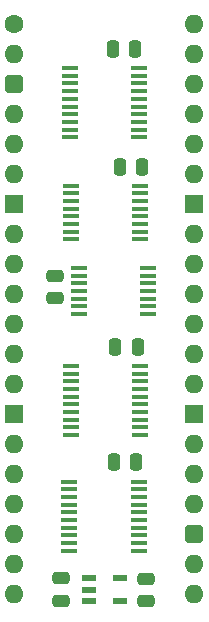
<source format=gts>
%TF.GenerationSoftware,KiCad,Pcbnew,7.0.5*%
%TF.CreationDate,2024-05-15T11:51:48+02:00*%
%TF.ProjectId,Main Memory Channel,4d61696e-204d-4656-9d6f-727920436861,V1*%
%TF.SameCoordinates,PX54c81a0PY37b6b20*%
%TF.FileFunction,Soldermask,Top*%
%TF.FilePolarity,Negative*%
%FSLAX46Y46*%
G04 Gerber Fmt 4.6, Leading zero omitted, Abs format (unit mm)*
G04 Created by KiCad (PCBNEW 7.0.5) date 2024-05-15 11:51:48*
%MOMM*%
%LPD*%
G01*
G04 APERTURE LIST*
G04 Aperture macros list*
%AMRoundRect*
0 Rectangle with rounded corners*
0 $1 Rounding radius*
0 $2 $3 $4 $5 $6 $7 $8 $9 X,Y pos of 4 corners*
0 Add a 4 corners polygon primitive as box body*
4,1,4,$2,$3,$4,$5,$6,$7,$8,$9,$2,$3,0*
0 Add four circle primitives for the rounded corners*
1,1,$1+$1,$2,$3*
1,1,$1+$1,$4,$5*
1,1,$1+$1,$6,$7*
1,1,$1+$1,$8,$9*
0 Add four rect primitives between the rounded corners*
20,1,$1+$1,$2,$3,$4,$5,0*
20,1,$1+$1,$4,$5,$6,$7,0*
20,1,$1+$1,$6,$7,$8,$9,0*
20,1,$1+$1,$8,$9,$2,$3,0*%
G04 Aperture macros list end*
%ADD10R,1.475000X0.450000*%
%ADD11R,1.150000X0.600000*%
%ADD12R,1.450000X0.450000*%
%ADD13C,1.600000*%
%ADD14O,1.600000X1.600000*%
%ADD15RoundRect,0.400000X-0.400000X-0.400000X0.400000X-0.400000X0.400000X0.400000X-0.400000X0.400000X0*%
%ADD16R,1.600000X1.600000*%
%ADD17RoundRect,0.250000X-0.475000X0.250000X-0.475000X-0.250000X0.475000X-0.250000X0.475000X0.250000X0*%
%ADD18RoundRect,0.250000X0.250000X0.475000X-0.250000X0.475000X-0.250000X-0.475000X0.250000X-0.475000X0*%
%ADD19RoundRect,0.250000X0.475000X-0.250000X0.475000X0.250000X-0.475000X0.250000X-0.475000X-0.250000X0*%
G04 APERTURE END LIST*
D10*
%TO.C,IC7*%
X5444000Y-20656000D03*
X5444000Y-21306000D03*
X5444000Y-21956000D03*
X5444000Y-22606000D03*
X5444000Y-23256000D03*
X5444000Y-23906000D03*
X5444000Y-24556000D03*
X11320000Y-24556000D03*
X11320000Y-23906000D03*
X11320000Y-23256000D03*
X11320000Y-22606000D03*
X11320000Y-21956000D03*
X11320000Y-21306000D03*
X11320000Y-20656000D03*
%TD*%
D11*
%TO.C,IC5*%
X6320000Y-46929000D03*
X6320000Y-47879000D03*
X6320000Y-48829000D03*
X8920000Y-48829000D03*
X8920000Y-46929000D03*
%TD*%
D10*
%TO.C,IC4*%
X4758196Y-28952000D03*
X4758196Y-29602000D03*
X4758196Y-30252000D03*
X4758196Y-30902000D03*
X4758196Y-31552000D03*
X4758196Y-32202000D03*
X4758196Y-32852000D03*
X4758196Y-33502000D03*
X4758196Y-34152000D03*
X4758196Y-34802000D03*
X10634196Y-34802000D03*
X10634196Y-34152000D03*
X10634196Y-33502000D03*
X10634196Y-32852000D03*
X10634196Y-32202000D03*
X10634196Y-31552000D03*
X10634196Y-30902000D03*
X10634196Y-30252000D03*
X10634196Y-29602000D03*
X10634196Y-28952000D03*
%TD*%
D12*
%TO.C,IC3*%
X4807600Y-13675600D03*
X4807600Y-14325600D03*
X4807600Y-14975600D03*
X4807600Y-15625600D03*
X4807600Y-16275600D03*
X4807600Y-16925600D03*
X4807600Y-17575600D03*
X4807600Y-18225600D03*
X10657600Y-18225600D03*
X10657600Y-17575600D03*
X10657600Y-16925600D03*
X10657600Y-16275600D03*
X10657600Y-15625600D03*
X10657600Y-14975600D03*
X10657600Y-14325600D03*
X10657600Y-13675600D03*
%TD*%
D10*
%TO.C,IC2*%
X4682000Y-3729800D03*
X4682000Y-4379800D03*
X4682000Y-5029800D03*
X4682000Y-5679800D03*
X4682000Y-6329800D03*
X4682000Y-6979800D03*
X4682000Y-7629800D03*
X4682000Y-8279800D03*
X4682000Y-8929800D03*
X4682000Y-9579800D03*
X10558000Y-9579800D03*
X10558000Y-8929800D03*
X10558000Y-8279800D03*
X10558000Y-7629800D03*
X10558000Y-6979800D03*
X10558000Y-6329800D03*
X10558000Y-5679800D03*
X10558000Y-5029800D03*
X10558000Y-4379800D03*
X10558000Y-3729800D03*
%TD*%
%TO.C,IC1*%
X4631200Y-38731000D03*
X4631200Y-39381000D03*
X4631200Y-40031000D03*
X4631200Y-40681000D03*
X4631200Y-41331000D03*
X4631200Y-41981000D03*
X4631200Y-42631000D03*
X4631200Y-43281000D03*
X4631200Y-43931000D03*
X4631200Y-44581000D03*
X10507200Y-44581000D03*
X10507200Y-43931000D03*
X10507200Y-43281000D03*
X10507200Y-42631000D03*
X10507200Y-41981000D03*
X10507200Y-41331000D03*
X10507200Y-40681000D03*
X10507200Y-40031000D03*
X10507200Y-39381000D03*
X10507200Y-38731000D03*
%TD*%
D13*
%TO.C,J4*%
X0Y0D03*
D14*
X0Y-2540000D03*
D15*
X0Y-5080000D03*
D14*
X0Y-7620000D03*
X0Y-10160000D03*
X0Y-12700000D03*
D16*
X0Y-15240000D03*
D14*
X0Y-17780000D03*
X0Y-20320000D03*
X0Y-22860000D03*
X0Y-25400000D03*
X0Y-27940000D03*
X0Y-30480000D03*
D16*
X0Y-33020000D03*
D14*
X0Y-35560000D03*
X0Y-38100000D03*
X0Y-40640000D03*
X0Y-43180000D03*
X0Y-45720000D03*
X0Y-48260000D03*
X15240000Y-48260000D03*
X15240000Y-45720000D03*
D15*
X15240000Y-43180000D03*
D14*
X15240000Y-40640000D03*
X15240000Y-38100000D03*
X15240000Y-35560000D03*
D16*
X15240000Y-33020000D03*
D14*
X15240000Y-30480000D03*
X15240000Y-27940000D03*
X15240000Y-25400000D03*
X15240000Y-22860000D03*
X15240000Y-20320000D03*
X15240000Y-17780000D03*
D16*
X15240000Y-15240000D03*
D14*
X15240000Y-12700000D03*
X15240000Y-10160000D03*
X15240000Y-7620000D03*
X15240000Y-5080000D03*
X15240000Y-2540000D03*
X15240000Y0D03*
%TD*%
D17*
%TO.C,C15*%
X3429000Y-21291000D03*
X3429000Y-23191000D03*
%TD*%
D18*
%TO.C,C5*%
X10332000Y-37084000D03*
X8432000Y-37084000D03*
%TD*%
D19*
%TO.C,C8*%
X3937000Y-48838400D03*
X3937000Y-46938400D03*
%TD*%
D18*
%TO.C,C10*%
X10439396Y-27305000D03*
X8539396Y-27305000D03*
%TD*%
%TO.C,C6*%
X10840000Y-12141200D03*
X8940000Y-12141200D03*
%TD*%
D17*
%TO.C,C9*%
X11176000Y-46969600D03*
X11176000Y-48869600D03*
%TD*%
D18*
%TO.C,C7*%
X10230400Y-2082800D03*
X8330400Y-2082800D03*
%TD*%
M02*

</source>
